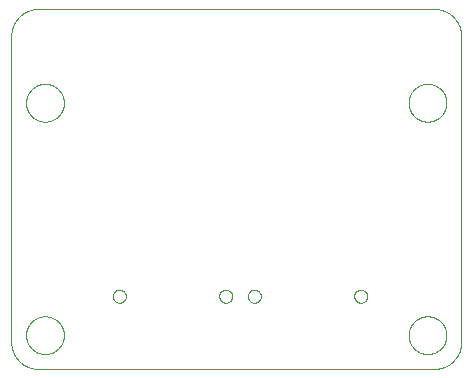
<source format=gbp>
G75*
%MOIN*%
%OFA0B0*%
%FSLAX25Y25*%
%IPPOS*%
%LPD*%
%AMOC8*
5,1,8,0,0,1.08239X$1,22.5*
%
%ADD10C,0.00000*%
D10*
X0014550Y0005550D02*
X0146550Y0005550D01*
X0146767Y0005553D01*
X0146985Y0005561D01*
X0147202Y0005574D01*
X0147419Y0005592D01*
X0147635Y0005616D01*
X0147850Y0005644D01*
X0148065Y0005678D01*
X0148279Y0005718D01*
X0148492Y0005762D01*
X0148704Y0005812D01*
X0148914Y0005866D01*
X0149124Y0005926D01*
X0149331Y0005990D01*
X0149537Y0006060D01*
X0149741Y0006135D01*
X0149944Y0006214D01*
X0150144Y0006299D01*
X0150343Y0006388D01*
X0150539Y0006482D01*
X0150733Y0006581D01*
X0150924Y0006684D01*
X0151113Y0006792D01*
X0151299Y0006905D01*
X0151482Y0007022D01*
X0151663Y0007143D01*
X0151840Y0007269D01*
X0152014Y0007399D01*
X0152186Y0007533D01*
X0152354Y0007671D01*
X0152518Y0007813D01*
X0152679Y0007960D01*
X0152837Y0008110D01*
X0152990Y0008263D01*
X0153140Y0008421D01*
X0153287Y0008582D01*
X0153429Y0008746D01*
X0153567Y0008914D01*
X0153701Y0009086D01*
X0153831Y0009260D01*
X0153957Y0009437D01*
X0154078Y0009618D01*
X0154195Y0009801D01*
X0154308Y0009987D01*
X0154416Y0010176D01*
X0154519Y0010367D01*
X0154618Y0010561D01*
X0154712Y0010757D01*
X0154801Y0010956D01*
X0154886Y0011156D01*
X0154965Y0011359D01*
X0155040Y0011563D01*
X0155110Y0011769D01*
X0155174Y0011976D01*
X0155234Y0012186D01*
X0155288Y0012396D01*
X0155338Y0012608D01*
X0155382Y0012821D01*
X0155422Y0013035D01*
X0155456Y0013250D01*
X0155484Y0013465D01*
X0155508Y0013681D01*
X0155526Y0013898D01*
X0155539Y0014115D01*
X0155547Y0014333D01*
X0155550Y0014550D01*
X0155550Y0116550D01*
X0155547Y0116767D01*
X0155539Y0116985D01*
X0155526Y0117202D01*
X0155508Y0117419D01*
X0155484Y0117635D01*
X0155456Y0117850D01*
X0155422Y0118065D01*
X0155382Y0118279D01*
X0155338Y0118492D01*
X0155288Y0118704D01*
X0155234Y0118914D01*
X0155174Y0119124D01*
X0155110Y0119331D01*
X0155040Y0119537D01*
X0154965Y0119741D01*
X0154886Y0119944D01*
X0154801Y0120144D01*
X0154712Y0120343D01*
X0154618Y0120539D01*
X0154519Y0120733D01*
X0154416Y0120924D01*
X0154308Y0121113D01*
X0154195Y0121299D01*
X0154078Y0121482D01*
X0153957Y0121663D01*
X0153831Y0121840D01*
X0153701Y0122014D01*
X0153567Y0122186D01*
X0153429Y0122354D01*
X0153287Y0122518D01*
X0153140Y0122679D01*
X0152990Y0122837D01*
X0152837Y0122990D01*
X0152679Y0123140D01*
X0152518Y0123287D01*
X0152354Y0123429D01*
X0152186Y0123567D01*
X0152014Y0123701D01*
X0151840Y0123831D01*
X0151663Y0123957D01*
X0151482Y0124078D01*
X0151299Y0124195D01*
X0151113Y0124308D01*
X0150924Y0124416D01*
X0150733Y0124519D01*
X0150539Y0124618D01*
X0150343Y0124712D01*
X0150144Y0124801D01*
X0149944Y0124886D01*
X0149741Y0124965D01*
X0149537Y0125040D01*
X0149331Y0125110D01*
X0149124Y0125174D01*
X0148914Y0125234D01*
X0148704Y0125288D01*
X0148492Y0125338D01*
X0148279Y0125382D01*
X0148065Y0125422D01*
X0147850Y0125456D01*
X0147635Y0125484D01*
X0147419Y0125508D01*
X0147202Y0125526D01*
X0146985Y0125539D01*
X0146767Y0125547D01*
X0146550Y0125550D01*
X0014550Y0125550D01*
X0014333Y0125547D01*
X0014115Y0125539D01*
X0013898Y0125526D01*
X0013681Y0125508D01*
X0013465Y0125484D01*
X0013250Y0125456D01*
X0013035Y0125422D01*
X0012821Y0125382D01*
X0012608Y0125338D01*
X0012396Y0125288D01*
X0012186Y0125234D01*
X0011976Y0125174D01*
X0011769Y0125110D01*
X0011563Y0125040D01*
X0011359Y0124965D01*
X0011156Y0124886D01*
X0010956Y0124801D01*
X0010757Y0124712D01*
X0010561Y0124618D01*
X0010367Y0124519D01*
X0010176Y0124416D01*
X0009987Y0124308D01*
X0009801Y0124195D01*
X0009618Y0124078D01*
X0009437Y0123957D01*
X0009260Y0123831D01*
X0009086Y0123701D01*
X0008914Y0123567D01*
X0008746Y0123429D01*
X0008582Y0123287D01*
X0008421Y0123140D01*
X0008263Y0122990D01*
X0008110Y0122837D01*
X0007960Y0122679D01*
X0007813Y0122518D01*
X0007671Y0122354D01*
X0007533Y0122186D01*
X0007399Y0122014D01*
X0007269Y0121840D01*
X0007143Y0121663D01*
X0007022Y0121482D01*
X0006905Y0121299D01*
X0006792Y0121113D01*
X0006684Y0120924D01*
X0006581Y0120733D01*
X0006482Y0120539D01*
X0006388Y0120343D01*
X0006299Y0120144D01*
X0006214Y0119944D01*
X0006135Y0119741D01*
X0006060Y0119537D01*
X0005990Y0119331D01*
X0005926Y0119124D01*
X0005866Y0118914D01*
X0005812Y0118704D01*
X0005762Y0118492D01*
X0005718Y0118279D01*
X0005678Y0118065D01*
X0005644Y0117850D01*
X0005616Y0117635D01*
X0005592Y0117419D01*
X0005574Y0117202D01*
X0005561Y0116985D01*
X0005553Y0116767D01*
X0005550Y0116550D01*
X0005550Y0014550D01*
X0005553Y0014333D01*
X0005561Y0014115D01*
X0005574Y0013898D01*
X0005592Y0013681D01*
X0005616Y0013465D01*
X0005644Y0013250D01*
X0005678Y0013035D01*
X0005718Y0012821D01*
X0005762Y0012608D01*
X0005812Y0012396D01*
X0005866Y0012186D01*
X0005926Y0011976D01*
X0005990Y0011769D01*
X0006060Y0011563D01*
X0006135Y0011359D01*
X0006214Y0011156D01*
X0006299Y0010956D01*
X0006388Y0010757D01*
X0006482Y0010561D01*
X0006581Y0010367D01*
X0006684Y0010176D01*
X0006792Y0009987D01*
X0006905Y0009801D01*
X0007022Y0009618D01*
X0007143Y0009437D01*
X0007269Y0009260D01*
X0007399Y0009086D01*
X0007533Y0008914D01*
X0007671Y0008746D01*
X0007813Y0008582D01*
X0007960Y0008421D01*
X0008110Y0008263D01*
X0008263Y0008110D01*
X0008421Y0007960D01*
X0008582Y0007813D01*
X0008746Y0007671D01*
X0008914Y0007533D01*
X0009086Y0007399D01*
X0009260Y0007269D01*
X0009437Y0007143D01*
X0009618Y0007022D01*
X0009801Y0006905D01*
X0009987Y0006792D01*
X0010176Y0006684D01*
X0010367Y0006581D01*
X0010561Y0006482D01*
X0010757Y0006388D01*
X0010956Y0006299D01*
X0011156Y0006214D01*
X0011359Y0006135D01*
X0011563Y0006060D01*
X0011769Y0005990D01*
X0011976Y0005926D01*
X0012186Y0005866D01*
X0012396Y0005812D01*
X0012608Y0005762D01*
X0012821Y0005718D01*
X0013035Y0005678D01*
X0013250Y0005644D01*
X0013465Y0005616D01*
X0013681Y0005592D01*
X0013898Y0005574D01*
X0014115Y0005561D01*
X0014333Y0005553D01*
X0014550Y0005550D01*
X0010501Y0016800D02*
X0010503Y0016958D01*
X0010509Y0017116D01*
X0010519Y0017274D01*
X0010533Y0017432D01*
X0010551Y0017589D01*
X0010572Y0017746D01*
X0010598Y0017902D01*
X0010628Y0018058D01*
X0010661Y0018213D01*
X0010699Y0018366D01*
X0010740Y0018519D01*
X0010785Y0018671D01*
X0010834Y0018822D01*
X0010887Y0018971D01*
X0010943Y0019119D01*
X0011003Y0019265D01*
X0011067Y0019410D01*
X0011135Y0019553D01*
X0011206Y0019695D01*
X0011280Y0019835D01*
X0011358Y0019972D01*
X0011440Y0020108D01*
X0011524Y0020242D01*
X0011613Y0020373D01*
X0011704Y0020502D01*
X0011799Y0020629D01*
X0011896Y0020754D01*
X0011997Y0020876D01*
X0012101Y0020995D01*
X0012208Y0021112D01*
X0012318Y0021226D01*
X0012431Y0021337D01*
X0012546Y0021446D01*
X0012664Y0021551D01*
X0012785Y0021653D01*
X0012908Y0021753D01*
X0013034Y0021849D01*
X0013162Y0021942D01*
X0013292Y0022032D01*
X0013425Y0022118D01*
X0013560Y0022202D01*
X0013696Y0022281D01*
X0013835Y0022358D01*
X0013976Y0022430D01*
X0014118Y0022500D01*
X0014262Y0022565D01*
X0014408Y0022627D01*
X0014555Y0022685D01*
X0014704Y0022740D01*
X0014854Y0022791D01*
X0015005Y0022838D01*
X0015157Y0022881D01*
X0015310Y0022920D01*
X0015465Y0022956D01*
X0015620Y0022987D01*
X0015776Y0023015D01*
X0015932Y0023039D01*
X0016089Y0023059D01*
X0016247Y0023075D01*
X0016404Y0023087D01*
X0016563Y0023095D01*
X0016721Y0023099D01*
X0016879Y0023099D01*
X0017037Y0023095D01*
X0017196Y0023087D01*
X0017353Y0023075D01*
X0017511Y0023059D01*
X0017668Y0023039D01*
X0017824Y0023015D01*
X0017980Y0022987D01*
X0018135Y0022956D01*
X0018290Y0022920D01*
X0018443Y0022881D01*
X0018595Y0022838D01*
X0018746Y0022791D01*
X0018896Y0022740D01*
X0019045Y0022685D01*
X0019192Y0022627D01*
X0019338Y0022565D01*
X0019482Y0022500D01*
X0019624Y0022430D01*
X0019765Y0022358D01*
X0019904Y0022281D01*
X0020040Y0022202D01*
X0020175Y0022118D01*
X0020308Y0022032D01*
X0020438Y0021942D01*
X0020566Y0021849D01*
X0020692Y0021753D01*
X0020815Y0021653D01*
X0020936Y0021551D01*
X0021054Y0021446D01*
X0021169Y0021337D01*
X0021282Y0021226D01*
X0021392Y0021112D01*
X0021499Y0020995D01*
X0021603Y0020876D01*
X0021704Y0020754D01*
X0021801Y0020629D01*
X0021896Y0020502D01*
X0021987Y0020373D01*
X0022076Y0020242D01*
X0022160Y0020108D01*
X0022242Y0019972D01*
X0022320Y0019835D01*
X0022394Y0019695D01*
X0022465Y0019553D01*
X0022533Y0019410D01*
X0022597Y0019265D01*
X0022657Y0019119D01*
X0022713Y0018971D01*
X0022766Y0018822D01*
X0022815Y0018671D01*
X0022860Y0018519D01*
X0022901Y0018366D01*
X0022939Y0018213D01*
X0022972Y0018058D01*
X0023002Y0017902D01*
X0023028Y0017746D01*
X0023049Y0017589D01*
X0023067Y0017432D01*
X0023081Y0017274D01*
X0023091Y0017116D01*
X0023097Y0016958D01*
X0023099Y0016800D01*
X0023097Y0016642D01*
X0023091Y0016484D01*
X0023081Y0016326D01*
X0023067Y0016168D01*
X0023049Y0016011D01*
X0023028Y0015854D01*
X0023002Y0015698D01*
X0022972Y0015542D01*
X0022939Y0015387D01*
X0022901Y0015234D01*
X0022860Y0015081D01*
X0022815Y0014929D01*
X0022766Y0014778D01*
X0022713Y0014629D01*
X0022657Y0014481D01*
X0022597Y0014335D01*
X0022533Y0014190D01*
X0022465Y0014047D01*
X0022394Y0013905D01*
X0022320Y0013765D01*
X0022242Y0013628D01*
X0022160Y0013492D01*
X0022076Y0013358D01*
X0021987Y0013227D01*
X0021896Y0013098D01*
X0021801Y0012971D01*
X0021704Y0012846D01*
X0021603Y0012724D01*
X0021499Y0012605D01*
X0021392Y0012488D01*
X0021282Y0012374D01*
X0021169Y0012263D01*
X0021054Y0012154D01*
X0020936Y0012049D01*
X0020815Y0011947D01*
X0020692Y0011847D01*
X0020566Y0011751D01*
X0020438Y0011658D01*
X0020308Y0011568D01*
X0020175Y0011482D01*
X0020040Y0011398D01*
X0019904Y0011319D01*
X0019765Y0011242D01*
X0019624Y0011170D01*
X0019482Y0011100D01*
X0019338Y0011035D01*
X0019192Y0010973D01*
X0019045Y0010915D01*
X0018896Y0010860D01*
X0018746Y0010809D01*
X0018595Y0010762D01*
X0018443Y0010719D01*
X0018290Y0010680D01*
X0018135Y0010644D01*
X0017980Y0010613D01*
X0017824Y0010585D01*
X0017668Y0010561D01*
X0017511Y0010541D01*
X0017353Y0010525D01*
X0017196Y0010513D01*
X0017037Y0010505D01*
X0016879Y0010501D01*
X0016721Y0010501D01*
X0016563Y0010505D01*
X0016404Y0010513D01*
X0016247Y0010525D01*
X0016089Y0010541D01*
X0015932Y0010561D01*
X0015776Y0010585D01*
X0015620Y0010613D01*
X0015465Y0010644D01*
X0015310Y0010680D01*
X0015157Y0010719D01*
X0015005Y0010762D01*
X0014854Y0010809D01*
X0014704Y0010860D01*
X0014555Y0010915D01*
X0014408Y0010973D01*
X0014262Y0011035D01*
X0014118Y0011100D01*
X0013976Y0011170D01*
X0013835Y0011242D01*
X0013696Y0011319D01*
X0013560Y0011398D01*
X0013425Y0011482D01*
X0013292Y0011568D01*
X0013162Y0011658D01*
X0013034Y0011751D01*
X0012908Y0011847D01*
X0012785Y0011947D01*
X0012664Y0012049D01*
X0012546Y0012154D01*
X0012431Y0012263D01*
X0012318Y0012374D01*
X0012208Y0012488D01*
X0012101Y0012605D01*
X0011997Y0012724D01*
X0011896Y0012846D01*
X0011799Y0012971D01*
X0011704Y0013098D01*
X0011613Y0013227D01*
X0011524Y0013358D01*
X0011440Y0013492D01*
X0011358Y0013628D01*
X0011280Y0013765D01*
X0011206Y0013905D01*
X0011135Y0014047D01*
X0011067Y0014190D01*
X0011003Y0014335D01*
X0010943Y0014481D01*
X0010887Y0014629D01*
X0010834Y0014778D01*
X0010785Y0014929D01*
X0010740Y0015081D01*
X0010699Y0015234D01*
X0010661Y0015387D01*
X0010628Y0015542D01*
X0010598Y0015698D01*
X0010572Y0015854D01*
X0010551Y0016011D01*
X0010533Y0016168D01*
X0010519Y0016326D01*
X0010509Y0016484D01*
X0010503Y0016642D01*
X0010501Y0016800D01*
X0039418Y0029782D02*
X0039420Y0029875D01*
X0039426Y0029967D01*
X0039436Y0030059D01*
X0039450Y0030150D01*
X0039467Y0030241D01*
X0039489Y0030331D01*
X0039514Y0030420D01*
X0039543Y0030508D01*
X0039576Y0030594D01*
X0039613Y0030679D01*
X0039653Y0030763D01*
X0039697Y0030844D01*
X0039744Y0030924D01*
X0039794Y0031002D01*
X0039848Y0031077D01*
X0039905Y0031150D01*
X0039965Y0031220D01*
X0040028Y0031288D01*
X0040094Y0031353D01*
X0040162Y0031415D01*
X0040233Y0031475D01*
X0040307Y0031531D01*
X0040383Y0031584D01*
X0040461Y0031633D01*
X0040541Y0031680D01*
X0040623Y0031722D01*
X0040707Y0031762D01*
X0040792Y0031797D01*
X0040879Y0031829D01*
X0040967Y0031858D01*
X0041056Y0031882D01*
X0041146Y0031903D01*
X0041237Y0031919D01*
X0041329Y0031932D01*
X0041421Y0031941D01*
X0041514Y0031946D01*
X0041606Y0031947D01*
X0041699Y0031944D01*
X0041791Y0031937D01*
X0041883Y0031926D01*
X0041974Y0031911D01*
X0042065Y0031893D01*
X0042155Y0031870D01*
X0042243Y0031844D01*
X0042331Y0031814D01*
X0042417Y0031780D01*
X0042501Y0031743D01*
X0042584Y0031701D01*
X0042665Y0031657D01*
X0042745Y0031609D01*
X0042822Y0031558D01*
X0042896Y0031503D01*
X0042969Y0031445D01*
X0043039Y0031385D01*
X0043106Y0031321D01*
X0043170Y0031255D01*
X0043232Y0031185D01*
X0043290Y0031114D01*
X0043345Y0031040D01*
X0043397Y0030963D01*
X0043446Y0030884D01*
X0043492Y0030804D01*
X0043534Y0030721D01*
X0043572Y0030637D01*
X0043607Y0030551D01*
X0043638Y0030464D01*
X0043665Y0030376D01*
X0043688Y0030286D01*
X0043708Y0030196D01*
X0043724Y0030105D01*
X0043736Y0030013D01*
X0043744Y0029921D01*
X0043748Y0029828D01*
X0043748Y0029736D01*
X0043744Y0029643D01*
X0043736Y0029551D01*
X0043724Y0029459D01*
X0043708Y0029368D01*
X0043688Y0029278D01*
X0043665Y0029188D01*
X0043638Y0029100D01*
X0043607Y0029013D01*
X0043572Y0028927D01*
X0043534Y0028843D01*
X0043492Y0028760D01*
X0043446Y0028680D01*
X0043397Y0028601D01*
X0043345Y0028524D01*
X0043290Y0028450D01*
X0043232Y0028379D01*
X0043170Y0028309D01*
X0043106Y0028243D01*
X0043039Y0028179D01*
X0042969Y0028119D01*
X0042896Y0028061D01*
X0042822Y0028006D01*
X0042745Y0027955D01*
X0042666Y0027907D01*
X0042584Y0027863D01*
X0042501Y0027821D01*
X0042417Y0027784D01*
X0042331Y0027750D01*
X0042243Y0027720D01*
X0042155Y0027694D01*
X0042065Y0027671D01*
X0041974Y0027653D01*
X0041883Y0027638D01*
X0041791Y0027627D01*
X0041699Y0027620D01*
X0041606Y0027617D01*
X0041514Y0027618D01*
X0041421Y0027623D01*
X0041329Y0027632D01*
X0041237Y0027645D01*
X0041146Y0027661D01*
X0041056Y0027682D01*
X0040967Y0027706D01*
X0040879Y0027735D01*
X0040792Y0027767D01*
X0040707Y0027802D01*
X0040623Y0027842D01*
X0040541Y0027884D01*
X0040461Y0027931D01*
X0040383Y0027980D01*
X0040307Y0028033D01*
X0040233Y0028089D01*
X0040162Y0028149D01*
X0040094Y0028211D01*
X0040028Y0028276D01*
X0039965Y0028344D01*
X0039905Y0028414D01*
X0039848Y0028487D01*
X0039794Y0028562D01*
X0039744Y0028640D01*
X0039697Y0028720D01*
X0039653Y0028801D01*
X0039613Y0028885D01*
X0039576Y0028970D01*
X0039543Y0029056D01*
X0039514Y0029144D01*
X0039489Y0029233D01*
X0039467Y0029323D01*
X0039450Y0029414D01*
X0039436Y0029505D01*
X0039426Y0029597D01*
X0039420Y0029689D01*
X0039418Y0029782D01*
X0074852Y0029782D02*
X0074854Y0029875D01*
X0074860Y0029967D01*
X0074870Y0030059D01*
X0074884Y0030150D01*
X0074901Y0030241D01*
X0074923Y0030331D01*
X0074948Y0030420D01*
X0074977Y0030508D01*
X0075010Y0030594D01*
X0075047Y0030679D01*
X0075087Y0030763D01*
X0075131Y0030844D01*
X0075178Y0030924D01*
X0075228Y0031002D01*
X0075282Y0031077D01*
X0075339Y0031150D01*
X0075399Y0031220D01*
X0075462Y0031288D01*
X0075528Y0031353D01*
X0075596Y0031415D01*
X0075667Y0031475D01*
X0075741Y0031531D01*
X0075817Y0031584D01*
X0075895Y0031633D01*
X0075975Y0031680D01*
X0076057Y0031722D01*
X0076141Y0031762D01*
X0076226Y0031797D01*
X0076313Y0031829D01*
X0076401Y0031858D01*
X0076490Y0031882D01*
X0076580Y0031903D01*
X0076671Y0031919D01*
X0076763Y0031932D01*
X0076855Y0031941D01*
X0076948Y0031946D01*
X0077040Y0031947D01*
X0077133Y0031944D01*
X0077225Y0031937D01*
X0077317Y0031926D01*
X0077408Y0031911D01*
X0077499Y0031893D01*
X0077589Y0031870D01*
X0077677Y0031844D01*
X0077765Y0031814D01*
X0077851Y0031780D01*
X0077935Y0031743D01*
X0078018Y0031701D01*
X0078099Y0031657D01*
X0078179Y0031609D01*
X0078256Y0031558D01*
X0078330Y0031503D01*
X0078403Y0031445D01*
X0078473Y0031385D01*
X0078540Y0031321D01*
X0078604Y0031255D01*
X0078666Y0031185D01*
X0078724Y0031114D01*
X0078779Y0031040D01*
X0078831Y0030963D01*
X0078880Y0030884D01*
X0078926Y0030804D01*
X0078968Y0030721D01*
X0079006Y0030637D01*
X0079041Y0030551D01*
X0079072Y0030464D01*
X0079099Y0030376D01*
X0079122Y0030286D01*
X0079142Y0030196D01*
X0079158Y0030105D01*
X0079170Y0030013D01*
X0079178Y0029921D01*
X0079182Y0029828D01*
X0079182Y0029736D01*
X0079178Y0029643D01*
X0079170Y0029551D01*
X0079158Y0029459D01*
X0079142Y0029368D01*
X0079122Y0029278D01*
X0079099Y0029188D01*
X0079072Y0029100D01*
X0079041Y0029013D01*
X0079006Y0028927D01*
X0078968Y0028843D01*
X0078926Y0028760D01*
X0078880Y0028680D01*
X0078831Y0028601D01*
X0078779Y0028524D01*
X0078724Y0028450D01*
X0078666Y0028379D01*
X0078604Y0028309D01*
X0078540Y0028243D01*
X0078473Y0028179D01*
X0078403Y0028119D01*
X0078330Y0028061D01*
X0078256Y0028006D01*
X0078179Y0027955D01*
X0078100Y0027907D01*
X0078018Y0027863D01*
X0077935Y0027821D01*
X0077851Y0027784D01*
X0077765Y0027750D01*
X0077677Y0027720D01*
X0077589Y0027694D01*
X0077499Y0027671D01*
X0077408Y0027653D01*
X0077317Y0027638D01*
X0077225Y0027627D01*
X0077133Y0027620D01*
X0077040Y0027617D01*
X0076948Y0027618D01*
X0076855Y0027623D01*
X0076763Y0027632D01*
X0076671Y0027645D01*
X0076580Y0027661D01*
X0076490Y0027682D01*
X0076401Y0027706D01*
X0076313Y0027735D01*
X0076226Y0027767D01*
X0076141Y0027802D01*
X0076057Y0027842D01*
X0075975Y0027884D01*
X0075895Y0027931D01*
X0075817Y0027980D01*
X0075741Y0028033D01*
X0075667Y0028089D01*
X0075596Y0028149D01*
X0075528Y0028211D01*
X0075462Y0028276D01*
X0075399Y0028344D01*
X0075339Y0028414D01*
X0075282Y0028487D01*
X0075228Y0028562D01*
X0075178Y0028640D01*
X0075131Y0028720D01*
X0075087Y0028801D01*
X0075047Y0028885D01*
X0075010Y0028970D01*
X0074977Y0029056D01*
X0074948Y0029144D01*
X0074923Y0029233D01*
X0074901Y0029323D01*
X0074884Y0029414D01*
X0074870Y0029505D01*
X0074860Y0029597D01*
X0074854Y0029689D01*
X0074852Y0029782D01*
X0084418Y0029782D02*
X0084420Y0029875D01*
X0084426Y0029967D01*
X0084436Y0030059D01*
X0084450Y0030150D01*
X0084467Y0030241D01*
X0084489Y0030331D01*
X0084514Y0030420D01*
X0084543Y0030508D01*
X0084576Y0030594D01*
X0084613Y0030679D01*
X0084653Y0030763D01*
X0084697Y0030844D01*
X0084744Y0030924D01*
X0084794Y0031002D01*
X0084848Y0031077D01*
X0084905Y0031150D01*
X0084965Y0031220D01*
X0085028Y0031288D01*
X0085094Y0031353D01*
X0085162Y0031415D01*
X0085233Y0031475D01*
X0085307Y0031531D01*
X0085383Y0031584D01*
X0085461Y0031633D01*
X0085541Y0031680D01*
X0085623Y0031722D01*
X0085707Y0031762D01*
X0085792Y0031797D01*
X0085879Y0031829D01*
X0085967Y0031858D01*
X0086056Y0031882D01*
X0086146Y0031903D01*
X0086237Y0031919D01*
X0086329Y0031932D01*
X0086421Y0031941D01*
X0086514Y0031946D01*
X0086606Y0031947D01*
X0086699Y0031944D01*
X0086791Y0031937D01*
X0086883Y0031926D01*
X0086974Y0031911D01*
X0087065Y0031893D01*
X0087155Y0031870D01*
X0087243Y0031844D01*
X0087331Y0031814D01*
X0087417Y0031780D01*
X0087501Y0031743D01*
X0087584Y0031701D01*
X0087665Y0031657D01*
X0087745Y0031609D01*
X0087822Y0031558D01*
X0087896Y0031503D01*
X0087969Y0031445D01*
X0088039Y0031385D01*
X0088106Y0031321D01*
X0088170Y0031255D01*
X0088232Y0031185D01*
X0088290Y0031114D01*
X0088345Y0031040D01*
X0088397Y0030963D01*
X0088446Y0030884D01*
X0088492Y0030804D01*
X0088534Y0030721D01*
X0088572Y0030637D01*
X0088607Y0030551D01*
X0088638Y0030464D01*
X0088665Y0030376D01*
X0088688Y0030286D01*
X0088708Y0030196D01*
X0088724Y0030105D01*
X0088736Y0030013D01*
X0088744Y0029921D01*
X0088748Y0029828D01*
X0088748Y0029736D01*
X0088744Y0029643D01*
X0088736Y0029551D01*
X0088724Y0029459D01*
X0088708Y0029368D01*
X0088688Y0029278D01*
X0088665Y0029188D01*
X0088638Y0029100D01*
X0088607Y0029013D01*
X0088572Y0028927D01*
X0088534Y0028843D01*
X0088492Y0028760D01*
X0088446Y0028680D01*
X0088397Y0028601D01*
X0088345Y0028524D01*
X0088290Y0028450D01*
X0088232Y0028379D01*
X0088170Y0028309D01*
X0088106Y0028243D01*
X0088039Y0028179D01*
X0087969Y0028119D01*
X0087896Y0028061D01*
X0087822Y0028006D01*
X0087745Y0027955D01*
X0087666Y0027907D01*
X0087584Y0027863D01*
X0087501Y0027821D01*
X0087417Y0027784D01*
X0087331Y0027750D01*
X0087243Y0027720D01*
X0087155Y0027694D01*
X0087065Y0027671D01*
X0086974Y0027653D01*
X0086883Y0027638D01*
X0086791Y0027627D01*
X0086699Y0027620D01*
X0086606Y0027617D01*
X0086514Y0027618D01*
X0086421Y0027623D01*
X0086329Y0027632D01*
X0086237Y0027645D01*
X0086146Y0027661D01*
X0086056Y0027682D01*
X0085967Y0027706D01*
X0085879Y0027735D01*
X0085792Y0027767D01*
X0085707Y0027802D01*
X0085623Y0027842D01*
X0085541Y0027884D01*
X0085461Y0027931D01*
X0085383Y0027980D01*
X0085307Y0028033D01*
X0085233Y0028089D01*
X0085162Y0028149D01*
X0085094Y0028211D01*
X0085028Y0028276D01*
X0084965Y0028344D01*
X0084905Y0028414D01*
X0084848Y0028487D01*
X0084794Y0028562D01*
X0084744Y0028640D01*
X0084697Y0028720D01*
X0084653Y0028801D01*
X0084613Y0028885D01*
X0084576Y0028970D01*
X0084543Y0029056D01*
X0084514Y0029144D01*
X0084489Y0029233D01*
X0084467Y0029323D01*
X0084450Y0029414D01*
X0084436Y0029505D01*
X0084426Y0029597D01*
X0084420Y0029689D01*
X0084418Y0029782D01*
X0119852Y0029782D02*
X0119854Y0029875D01*
X0119860Y0029967D01*
X0119870Y0030059D01*
X0119884Y0030150D01*
X0119901Y0030241D01*
X0119923Y0030331D01*
X0119948Y0030420D01*
X0119977Y0030508D01*
X0120010Y0030594D01*
X0120047Y0030679D01*
X0120087Y0030763D01*
X0120131Y0030844D01*
X0120178Y0030924D01*
X0120228Y0031002D01*
X0120282Y0031077D01*
X0120339Y0031150D01*
X0120399Y0031220D01*
X0120462Y0031288D01*
X0120528Y0031353D01*
X0120596Y0031415D01*
X0120667Y0031475D01*
X0120741Y0031531D01*
X0120817Y0031584D01*
X0120895Y0031633D01*
X0120975Y0031680D01*
X0121057Y0031722D01*
X0121141Y0031762D01*
X0121226Y0031797D01*
X0121313Y0031829D01*
X0121401Y0031858D01*
X0121490Y0031882D01*
X0121580Y0031903D01*
X0121671Y0031919D01*
X0121763Y0031932D01*
X0121855Y0031941D01*
X0121948Y0031946D01*
X0122040Y0031947D01*
X0122133Y0031944D01*
X0122225Y0031937D01*
X0122317Y0031926D01*
X0122408Y0031911D01*
X0122499Y0031893D01*
X0122589Y0031870D01*
X0122677Y0031844D01*
X0122765Y0031814D01*
X0122851Y0031780D01*
X0122935Y0031743D01*
X0123018Y0031701D01*
X0123099Y0031657D01*
X0123179Y0031609D01*
X0123256Y0031558D01*
X0123330Y0031503D01*
X0123403Y0031445D01*
X0123473Y0031385D01*
X0123540Y0031321D01*
X0123604Y0031255D01*
X0123666Y0031185D01*
X0123724Y0031114D01*
X0123779Y0031040D01*
X0123831Y0030963D01*
X0123880Y0030884D01*
X0123926Y0030804D01*
X0123968Y0030721D01*
X0124006Y0030637D01*
X0124041Y0030551D01*
X0124072Y0030464D01*
X0124099Y0030376D01*
X0124122Y0030286D01*
X0124142Y0030196D01*
X0124158Y0030105D01*
X0124170Y0030013D01*
X0124178Y0029921D01*
X0124182Y0029828D01*
X0124182Y0029736D01*
X0124178Y0029643D01*
X0124170Y0029551D01*
X0124158Y0029459D01*
X0124142Y0029368D01*
X0124122Y0029278D01*
X0124099Y0029188D01*
X0124072Y0029100D01*
X0124041Y0029013D01*
X0124006Y0028927D01*
X0123968Y0028843D01*
X0123926Y0028760D01*
X0123880Y0028680D01*
X0123831Y0028601D01*
X0123779Y0028524D01*
X0123724Y0028450D01*
X0123666Y0028379D01*
X0123604Y0028309D01*
X0123540Y0028243D01*
X0123473Y0028179D01*
X0123403Y0028119D01*
X0123330Y0028061D01*
X0123256Y0028006D01*
X0123179Y0027955D01*
X0123100Y0027907D01*
X0123018Y0027863D01*
X0122935Y0027821D01*
X0122851Y0027784D01*
X0122765Y0027750D01*
X0122677Y0027720D01*
X0122589Y0027694D01*
X0122499Y0027671D01*
X0122408Y0027653D01*
X0122317Y0027638D01*
X0122225Y0027627D01*
X0122133Y0027620D01*
X0122040Y0027617D01*
X0121948Y0027618D01*
X0121855Y0027623D01*
X0121763Y0027632D01*
X0121671Y0027645D01*
X0121580Y0027661D01*
X0121490Y0027682D01*
X0121401Y0027706D01*
X0121313Y0027735D01*
X0121226Y0027767D01*
X0121141Y0027802D01*
X0121057Y0027842D01*
X0120975Y0027884D01*
X0120895Y0027931D01*
X0120817Y0027980D01*
X0120741Y0028033D01*
X0120667Y0028089D01*
X0120596Y0028149D01*
X0120528Y0028211D01*
X0120462Y0028276D01*
X0120399Y0028344D01*
X0120339Y0028414D01*
X0120282Y0028487D01*
X0120228Y0028562D01*
X0120178Y0028640D01*
X0120131Y0028720D01*
X0120087Y0028801D01*
X0120047Y0028885D01*
X0120010Y0028970D01*
X0119977Y0029056D01*
X0119948Y0029144D01*
X0119923Y0029233D01*
X0119901Y0029323D01*
X0119884Y0029414D01*
X0119870Y0029505D01*
X0119860Y0029597D01*
X0119854Y0029689D01*
X0119852Y0029782D01*
X0138001Y0016800D02*
X0138003Y0016958D01*
X0138009Y0017116D01*
X0138019Y0017274D01*
X0138033Y0017432D01*
X0138051Y0017589D01*
X0138072Y0017746D01*
X0138098Y0017902D01*
X0138128Y0018058D01*
X0138161Y0018213D01*
X0138199Y0018366D01*
X0138240Y0018519D01*
X0138285Y0018671D01*
X0138334Y0018822D01*
X0138387Y0018971D01*
X0138443Y0019119D01*
X0138503Y0019265D01*
X0138567Y0019410D01*
X0138635Y0019553D01*
X0138706Y0019695D01*
X0138780Y0019835D01*
X0138858Y0019972D01*
X0138940Y0020108D01*
X0139024Y0020242D01*
X0139113Y0020373D01*
X0139204Y0020502D01*
X0139299Y0020629D01*
X0139396Y0020754D01*
X0139497Y0020876D01*
X0139601Y0020995D01*
X0139708Y0021112D01*
X0139818Y0021226D01*
X0139931Y0021337D01*
X0140046Y0021446D01*
X0140164Y0021551D01*
X0140285Y0021653D01*
X0140408Y0021753D01*
X0140534Y0021849D01*
X0140662Y0021942D01*
X0140792Y0022032D01*
X0140925Y0022118D01*
X0141060Y0022202D01*
X0141196Y0022281D01*
X0141335Y0022358D01*
X0141476Y0022430D01*
X0141618Y0022500D01*
X0141762Y0022565D01*
X0141908Y0022627D01*
X0142055Y0022685D01*
X0142204Y0022740D01*
X0142354Y0022791D01*
X0142505Y0022838D01*
X0142657Y0022881D01*
X0142810Y0022920D01*
X0142965Y0022956D01*
X0143120Y0022987D01*
X0143276Y0023015D01*
X0143432Y0023039D01*
X0143589Y0023059D01*
X0143747Y0023075D01*
X0143904Y0023087D01*
X0144063Y0023095D01*
X0144221Y0023099D01*
X0144379Y0023099D01*
X0144537Y0023095D01*
X0144696Y0023087D01*
X0144853Y0023075D01*
X0145011Y0023059D01*
X0145168Y0023039D01*
X0145324Y0023015D01*
X0145480Y0022987D01*
X0145635Y0022956D01*
X0145790Y0022920D01*
X0145943Y0022881D01*
X0146095Y0022838D01*
X0146246Y0022791D01*
X0146396Y0022740D01*
X0146545Y0022685D01*
X0146692Y0022627D01*
X0146838Y0022565D01*
X0146982Y0022500D01*
X0147124Y0022430D01*
X0147265Y0022358D01*
X0147404Y0022281D01*
X0147540Y0022202D01*
X0147675Y0022118D01*
X0147808Y0022032D01*
X0147938Y0021942D01*
X0148066Y0021849D01*
X0148192Y0021753D01*
X0148315Y0021653D01*
X0148436Y0021551D01*
X0148554Y0021446D01*
X0148669Y0021337D01*
X0148782Y0021226D01*
X0148892Y0021112D01*
X0148999Y0020995D01*
X0149103Y0020876D01*
X0149204Y0020754D01*
X0149301Y0020629D01*
X0149396Y0020502D01*
X0149487Y0020373D01*
X0149576Y0020242D01*
X0149660Y0020108D01*
X0149742Y0019972D01*
X0149820Y0019835D01*
X0149894Y0019695D01*
X0149965Y0019553D01*
X0150033Y0019410D01*
X0150097Y0019265D01*
X0150157Y0019119D01*
X0150213Y0018971D01*
X0150266Y0018822D01*
X0150315Y0018671D01*
X0150360Y0018519D01*
X0150401Y0018366D01*
X0150439Y0018213D01*
X0150472Y0018058D01*
X0150502Y0017902D01*
X0150528Y0017746D01*
X0150549Y0017589D01*
X0150567Y0017432D01*
X0150581Y0017274D01*
X0150591Y0017116D01*
X0150597Y0016958D01*
X0150599Y0016800D01*
X0150597Y0016642D01*
X0150591Y0016484D01*
X0150581Y0016326D01*
X0150567Y0016168D01*
X0150549Y0016011D01*
X0150528Y0015854D01*
X0150502Y0015698D01*
X0150472Y0015542D01*
X0150439Y0015387D01*
X0150401Y0015234D01*
X0150360Y0015081D01*
X0150315Y0014929D01*
X0150266Y0014778D01*
X0150213Y0014629D01*
X0150157Y0014481D01*
X0150097Y0014335D01*
X0150033Y0014190D01*
X0149965Y0014047D01*
X0149894Y0013905D01*
X0149820Y0013765D01*
X0149742Y0013628D01*
X0149660Y0013492D01*
X0149576Y0013358D01*
X0149487Y0013227D01*
X0149396Y0013098D01*
X0149301Y0012971D01*
X0149204Y0012846D01*
X0149103Y0012724D01*
X0148999Y0012605D01*
X0148892Y0012488D01*
X0148782Y0012374D01*
X0148669Y0012263D01*
X0148554Y0012154D01*
X0148436Y0012049D01*
X0148315Y0011947D01*
X0148192Y0011847D01*
X0148066Y0011751D01*
X0147938Y0011658D01*
X0147808Y0011568D01*
X0147675Y0011482D01*
X0147540Y0011398D01*
X0147404Y0011319D01*
X0147265Y0011242D01*
X0147124Y0011170D01*
X0146982Y0011100D01*
X0146838Y0011035D01*
X0146692Y0010973D01*
X0146545Y0010915D01*
X0146396Y0010860D01*
X0146246Y0010809D01*
X0146095Y0010762D01*
X0145943Y0010719D01*
X0145790Y0010680D01*
X0145635Y0010644D01*
X0145480Y0010613D01*
X0145324Y0010585D01*
X0145168Y0010561D01*
X0145011Y0010541D01*
X0144853Y0010525D01*
X0144696Y0010513D01*
X0144537Y0010505D01*
X0144379Y0010501D01*
X0144221Y0010501D01*
X0144063Y0010505D01*
X0143904Y0010513D01*
X0143747Y0010525D01*
X0143589Y0010541D01*
X0143432Y0010561D01*
X0143276Y0010585D01*
X0143120Y0010613D01*
X0142965Y0010644D01*
X0142810Y0010680D01*
X0142657Y0010719D01*
X0142505Y0010762D01*
X0142354Y0010809D01*
X0142204Y0010860D01*
X0142055Y0010915D01*
X0141908Y0010973D01*
X0141762Y0011035D01*
X0141618Y0011100D01*
X0141476Y0011170D01*
X0141335Y0011242D01*
X0141196Y0011319D01*
X0141060Y0011398D01*
X0140925Y0011482D01*
X0140792Y0011568D01*
X0140662Y0011658D01*
X0140534Y0011751D01*
X0140408Y0011847D01*
X0140285Y0011947D01*
X0140164Y0012049D01*
X0140046Y0012154D01*
X0139931Y0012263D01*
X0139818Y0012374D01*
X0139708Y0012488D01*
X0139601Y0012605D01*
X0139497Y0012724D01*
X0139396Y0012846D01*
X0139299Y0012971D01*
X0139204Y0013098D01*
X0139113Y0013227D01*
X0139024Y0013358D01*
X0138940Y0013492D01*
X0138858Y0013628D01*
X0138780Y0013765D01*
X0138706Y0013905D01*
X0138635Y0014047D01*
X0138567Y0014190D01*
X0138503Y0014335D01*
X0138443Y0014481D01*
X0138387Y0014629D01*
X0138334Y0014778D01*
X0138285Y0014929D01*
X0138240Y0015081D01*
X0138199Y0015234D01*
X0138161Y0015387D01*
X0138128Y0015542D01*
X0138098Y0015698D01*
X0138072Y0015854D01*
X0138051Y0016011D01*
X0138033Y0016168D01*
X0138019Y0016326D01*
X0138009Y0016484D01*
X0138003Y0016642D01*
X0138001Y0016800D01*
X0138001Y0094300D02*
X0138003Y0094458D01*
X0138009Y0094616D01*
X0138019Y0094774D01*
X0138033Y0094932D01*
X0138051Y0095089D01*
X0138072Y0095246D01*
X0138098Y0095402D01*
X0138128Y0095558D01*
X0138161Y0095713D01*
X0138199Y0095866D01*
X0138240Y0096019D01*
X0138285Y0096171D01*
X0138334Y0096322D01*
X0138387Y0096471D01*
X0138443Y0096619D01*
X0138503Y0096765D01*
X0138567Y0096910D01*
X0138635Y0097053D01*
X0138706Y0097195D01*
X0138780Y0097335D01*
X0138858Y0097472D01*
X0138940Y0097608D01*
X0139024Y0097742D01*
X0139113Y0097873D01*
X0139204Y0098002D01*
X0139299Y0098129D01*
X0139396Y0098254D01*
X0139497Y0098376D01*
X0139601Y0098495D01*
X0139708Y0098612D01*
X0139818Y0098726D01*
X0139931Y0098837D01*
X0140046Y0098946D01*
X0140164Y0099051D01*
X0140285Y0099153D01*
X0140408Y0099253D01*
X0140534Y0099349D01*
X0140662Y0099442D01*
X0140792Y0099532D01*
X0140925Y0099618D01*
X0141060Y0099702D01*
X0141196Y0099781D01*
X0141335Y0099858D01*
X0141476Y0099930D01*
X0141618Y0100000D01*
X0141762Y0100065D01*
X0141908Y0100127D01*
X0142055Y0100185D01*
X0142204Y0100240D01*
X0142354Y0100291D01*
X0142505Y0100338D01*
X0142657Y0100381D01*
X0142810Y0100420D01*
X0142965Y0100456D01*
X0143120Y0100487D01*
X0143276Y0100515D01*
X0143432Y0100539D01*
X0143589Y0100559D01*
X0143747Y0100575D01*
X0143904Y0100587D01*
X0144063Y0100595D01*
X0144221Y0100599D01*
X0144379Y0100599D01*
X0144537Y0100595D01*
X0144696Y0100587D01*
X0144853Y0100575D01*
X0145011Y0100559D01*
X0145168Y0100539D01*
X0145324Y0100515D01*
X0145480Y0100487D01*
X0145635Y0100456D01*
X0145790Y0100420D01*
X0145943Y0100381D01*
X0146095Y0100338D01*
X0146246Y0100291D01*
X0146396Y0100240D01*
X0146545Y0100185D01*
X0146692Y0100127D01*
X0146838Y0100065D01*
X0146982Y0100000D01*
X0147124Y0099930D01*
X0147265Y0099858D01*
X0147404Y0099781D01*
X0147540Y0099702D01*
X0147675Y0099618D01*
X0147808Y0099532D01*
X0147938Y0099442D01*
X0148066Y0099349D01*
X0148192Y0099253D01*
X0148315Y0099153D01*
X0148436Y0099051D01*
X0148554Y0098946D01*
X0148669Y0098837D01*
X0148782Y0098726D01*
X0148892Y0098612D01*
X0148999Y0098495D01*
X0149103Y0098376D01*
X0149204Y0098254D01*
X0149301Y0098129D01*
X0149396Y0098002D01*
X0149487Y0097873D01*
X0149576Y0097742D01*
X0149660Y0097608D01*
X0149742Y0097472D01*
X0149820Y0097335D01*
X0149894Y0097195D01*
X0149965Y0097053D01*
X0150033Y0096910D01*
X0150097Y0096765D01*
X0150157Y0096619D01*
X0150213Y0096471D01*
X0150266Y0096322D01*
X0150315Y0096171D01*
X0150360Y0096019D01*
X0150401Y0095866D01*
X0150439Y0095713D01*
X0150472Y0095558D01*
X0150502Y0095402D01*
X0150528Y0095246D01*
X0150549Y0095089D01*
X0150567Y0094932D01*
X0150581Y0094774D01*
X0150591Y0094616D01*
X0150597Y0094458D01*
X0150599Y0094300D01*
X0150597Y0094142D01*
X0150591Y0093984D01*
X0150581Y0093826D01*
X0150567Y0093668D01*
X0150549Y0093511D01*
X0150528Y0093354D01*
X0150502Y0093198D01*
X0150472Y0093042D01*
X0150439Y0092887D01*
X0150401Y0092734D01*
X0150360Y0092581D01*
X0150315Y0092429D01*
X0150266Y0092278D01*
X0150213Y0092129D01*
X0150157Y0091981D01*
X0150097Y0091835D01*
X0150033Y0091690D01*
X0149965Y0091547D01*
X0149894Y0091405D01*
X0149820Y0091265D01*
X0149742Y0091128D01*
X0149660Y0090992D01*
X0149576Y0090858D01*
X0149487Y0090727D01*
X0149396Y0090598D01*
X0149301Y0090471D01*
X0149204Y0090346D01*
X0149103Y0090224D01*
X0148999Y0090105D01*
X0148892Y0089988D01*
X0148782Y0089874D01*
X0148669Y0089763D01*
X0148554Y0089654D01*
X0148436Y0089549D01*
X0148315Y0089447D01*
X0148192Y0089347D01*
X0148066Y0089251D01*
X0147938Y0089158D01*
X0147808Y0089068D01*
X0147675Y0088982D01*
X0147540Y0088898D01*
X0147404Y0088819D01*
X0147265Y0088742D01*
X0147124Y0088670D01*
X0146982Y0088600D01*
X0146838Y0088535D01*
X0146692Y0088473D01*
X0146545Y0088415D01*
X0146396Y0088360D01*
X0146246Y0088309D01*
X0146095Y0088262D01*
X0145943Y0088219D01*
X0145790Y0088180D01*
X0145635Y0088144D01*
X0145480Y0088113D01*
X0145324Y0088085D01*
X0145168Y0088061D01*
X0145011Y0088041D01*
X0144853Y0088025D01*
X0144696Y0088013D01*
X0144537Y0088005D01*
X0144379Y0088001D01*
X0144221Y0088001D01*
X0144063Y0088005D01*
X0143904Y0088013D01*
X0143747Y0088025D01*
X0143589Y0088041D01*
X0143432Y0088061D01*
X0143276Y0088085D01*
X0143120Y0088113D01*
X0142965Y0088144D01*
X0142810Y0088180D01*
X0142657Y0088219D01*
X0142505Y0088262D01*
X0142354Y0088309D01*
X0142204Y0088360D01*
X0142055Y0088415D01*
X0141908Y0088473D01*
X0141762Y0088535D01*
X0141618Y0088600D01*
X0141476Y0088670D01*
X0141335Y0088742D01*
X0141196Y0088819D01*
X0141060Y0088898D01*
X0140925Y0088982D01*
X0140792Y0089068D01*
X0140662Y0089158D01*
X0140534Y0089251D01*
X0140408Y0089347D01*
X0140285Y0089447D01*
X0140164Y0089549D01*
X0140046Y0089654D01*
X0139931Y0089763D01*
X0139818Y0089874D01*
X0139708Y0089988D01*
X0139601Y0090105D01*
X0139497Y0090224D01*
X0139396Y0090346D01*
X0139299Y0090471D01*
X0139204Y0090598D01*
X0139113Y0090727D01*
X0139024Y0090858D01*
X0138940Y0090992D01*
X0138858Y0091128D01*
X0138780Y0091265D01*
X0138706Y0091405D01*
X0138635Y0091547D01*
X0138567Y0091690D01*
X0138503Y0091835D01*
X0138443Y0091981D01*
X0138387Y0092129D01*
X0138334Y0092278D01*
X0138285Y0092429D01*
X0138240Y0092581D01*
X0138199Y0092734D01*
X0138161Y0092887D01*
X0138128Y0093042D01*
X0138098Y0093198D01*
X0138072Y0093354D01*
X0138051Y0093511D01*
X0138033Y0093668D01*
X0138019Y0093826D01*
X0138009Y0093984D01*
X0138003Y0094142D01*
X0138001Y0094300D01*
X0010501Y0094300D02*
X0010503Y0094458D01*
X0010509Y0094616D01*
X0010519Y0094774D01*
X0010533Y0094932D01*
X0010551Y0095089D01*
X0010572Y0095246D01*
X0010598Y0095402D01*
X0010628Y0095558D01*
X0010661Y0095713D01*
X0010699Y0095866D01*
X0010740Y0096019D01*
X0010785Y0096171D01*
X0010834Y0096322D01*
X0010887Y0096471D01*
X0010943Y0096619D01*
X0011003Y0096765D01*
X0011067Y0096910D01*
X0011135Y0097053D01*
X0011206Y0097195D01*
X0011280Y0097335D01*
X0011358Y0097472D01*
X0011440Y0097608D01*
X0011524Y0097742D01*
X0011613Y0097873D01*
X0011704Y0098002D01*
X0011799Y0098129D01*
X0011896Y0098254D01*
X0011997Y0098376D01*
X0012101Y0098495D01*
X0012208Y0098612D01*
X0012318Y0098726D01*
X0012431Y0098837D01*
X0012546Y0098946D01*
X0012664Y0099051D01*
X0012785Y0099153D01*
X0012908Y0099253D01*
X0013034Y0099349D01*
X0013162Y0099442D01*
X0013292Y0099532D01*
X0013425Y0099618D01*
X0013560Y0099702D01*
X0013696Y0099781D01*
X0013835Y0099858D01*
X0013976Y0099930D01*
X0014118Y0100000D01*
X0014262Y0100065D01*
X0014408Y0100127D01*
X0014555Y0100185D01*
X0014704Y0100240D01*
X0014854Y0100291D01*
X0015005Y0100338D01*
X0015157Y0100381D01*
X0015310Y0100420D01*
X0015465Y0100456D01*
X0015620Y0100487D01*
X0015776Y0100515D01*
X0015932Y0100539D01*
X0016089Y0100559D01*
X0016247Y0100575D01*
X0016404Y0100587D01*
X0016563Y0100595D01*
X0016721Y0100599D01*
X0016879Y0100599D01*
X0017037Y0100595D01*
X0017196Y0100587D01*
X0017353Y0100575D01*
X0017511Y0100559D01*
X0017668Y0100539D01*
X0017824Y0100515D01*
X0017980Y0100487D01*
X0018135Y0100456D01*
X0018290Y0100420D01*
X0018443Y0100381D01*
X0018595Y0100338D01*
X0018746Y0100291D01*
X0018896Y0100240D01*
X0019045Y0100185D01*
X0019192Y0100127D01*
X0019338Y0100065D01*
X0019482Y0100000D01*
X0019624Y0099930D01*
X0019765Y0099858D01*
X0019904Y0099781D01*
X0020040Y0099702D01*
X0020175Y0099618D01*
X0020308Y0099532D01*
X0020438Y0099442D01*
X0020566Y0099349D01*
X0020692Y0099253D01*
X0020815Y0099153D01*
X0020936Y0099051D01*
X0021054Y0098946D01*
X0021169Y0098837D01*
X0021282Y0098726D01*
X0021392Y0098612D01*
X0021499Y0098495D01*
X0021603Y0098376D01*
X0021704Y0098254D01*
X0021801Y0098129D01*
X0021896Y0098002D01*
X0021987Y0097873D01*
X0022076Y0097742D01*
X0022160Y0097608D01*
X0022242Y0097472D01*
X0022320Y0097335D01*
X0022394Y0097195D01*
X0022465Y0097053D01*
X0022533Y0096910D01*
X0022597Y0096765D01*
X0022657Y0096619D01*
X0022713Y0096471D01*
X0022766Y0096322D01*
X0022815Y0096171D01*
X0022860Y0096019D01*
X0022901Y0095866D01*
X0022939Y0095713D01*
X0022972Y0095558D01*
X0023002Y0095402D01*
X0023028Y0095246D01*
X0023049Y0095089D01*
X0023067Y0094932D01*
X0023081Y0094774D01*
X0023091Y0094616D01*
X0023097Y0094458D01*
X0023099Y0094300D01*
X0023097Y0094142D01*
X0023091Y0093984D01*
X0023081Y0093826D01*
X0023067Y0093668D01*
X0023049Y0093511D01*
X0023028Y0093354D01*
X0023002Y0093198D01*
X0022972Y0093042D01*
X0022939Y0092887D01*
X0022901Y0092734D01*
X0022860Y0092581D01*
X0022815Y0092429D01*
X0022766Y0092278D01*
X0022713Y0092129D01*
X0022657Y0091981D01*
X0022597Y0091835D01*
X0022533Y0091690D01*
X0022465Y0091547D01*
X0022394Y0091405D01*
X0022320Y0091265D01*
X0022242Y0091128D01*
X0022160Y0090992D01*
X0022076Y0090858D01*
X0021987Y0090727D01*
X0021896Y0090598D01*
X0021801Y0090471D01*
X0021704Y0090346D01*
X0021603Y0090224D01*
X0021499Y0090105D01*
X0021392Y0089988D01*
X0021282Y0089874D01*
X0021169Y0089763D01*
X0021054Y0089654D01*
X0020936Y0089549D01*
X0020815Y0089447D01*
X0020692Y0089347D01*
X0020566Y0089251D01*
X0020438Y0089158D01*
X0020308Y0089068D01*
X0020175Y0088982D01*
X0020040Y0088898D01*
X0019904Y0088819D01*
X0019765Y0088742D01*
X0019624Y0088670D01*
X0019482Y0088600D01*
X0019338Y0088535D01*
X0019192Y0088473D01*
X0019045Y0088415D01*
X0018896Y0088360D01*
X0018746Y0088309D01*
X0018595Y0088262D01*
X0018443Y0088219D01*
X0018290Y0088180D01*
X0018135Y0088144D01*
X0017980Y0088113D01*
X0017824Y0088085D01*
X0017668Y0088061D01*
X0017511Y0088041D01*
X0017353Y0088025D01*
X0017196Y0088013D01*
X0017037Y0088005D01*
X0016879Y0088001D01*
X0016721Y0088001D01*
X0016563Y0088005D01*
X0016404Y0088013D01*
X0016247Y0088025D01*
X0016089Y0088041D01*
X0015932Y0088061D01*
X0015776Y0088085D01*
X0015620Y0088113D01*
X0015465Y0088144D01*
X0015310Y0088180D01*
X0015157Y0088219D01*
X0015005Y0088262D01*
X0014854Y0088309D01*
X0014704Y0088360D01*
X0014555Y0088415D01*
X0014408Y0088473D01*
X0014262Y0088535D01*
X0014118Y0088600D01*
X0013976Y0088670D01*
X0013835Y0088742D01*
X0013696Y0088819D01*
X0013560Y0088898D01*
X0013425Y0088982D01*
X0013292Y0089068D01*
X0013162Y0089158D01*
X0013034Y0089251D01*
X0012908Y0089347D01*
X0012785Y0089447D01*
X0012664Y0089549D01*
X0012546Y0089654D01*
X0012431Y0089763D01*
X0012318Y0089874D01*
X0012208Y0089988D01*
X0012101Y0090105D01*
X0011997Y0090224D01*
X0011896Y0090346D01*
X0011799Y0090471D01*
X0011704Y0090598D01*
X0011613Y0090727D01*
X0011524Y0090858D01*
X0011440Y0090992D01*
X0011358Y0091128D01*
X0011280Y0091265D01*
X0011206Y0091405D01*
X0011135Y0091547D01*
X0011067Y0091690D01*
X0011003Y0091835D01*
X0010943Y0091981D01*
X0010887Y0092129D01*
X0010834Y0092278D01*
X0010785Y0092429D01*
X0010740Y0092581D01*
X0010699Y0092734D01*
X0010661Y0092887D01*
X0010628Y0093042D01*
X0010598Y0093198D01*
X0010572Y0093354D01*
X0010551Y0093511D01*
X0010533Y0093668D01*
X0010519Y0093826D01*
X0010509Y0093984D01*
X0010503Y0094142D01*
X0010501Y0094300D01*
M02*

</source>
